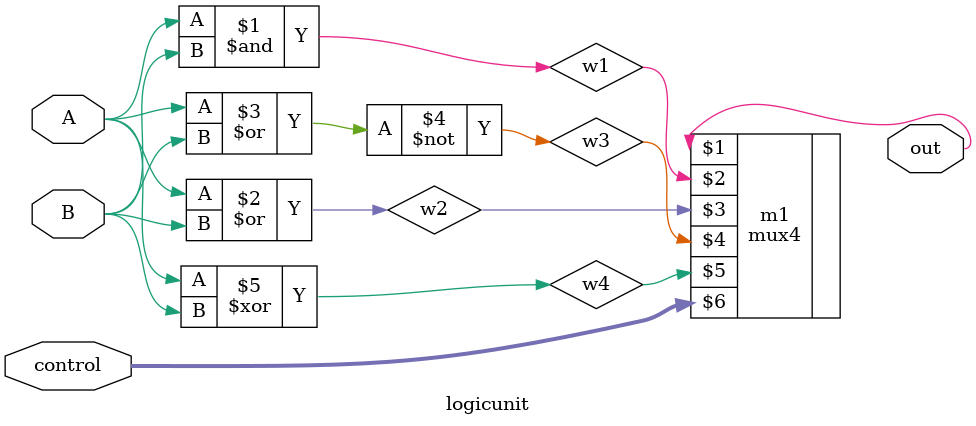
<source format=v>
module logicunit(out, A, B, control);
    output      out;
    input       A, B;
    input [1:0] control;

    wire        w1, w2, w3, w4;
    and   a1(w1, A, B);
    or    o1(w2, A, B);
    nor   n1(w3, A, B);
    xor   x1(w4, A, B);
    mux4  m1(out, w1, w2, w3, w4, control);
endmodule // logicunit

</source>
